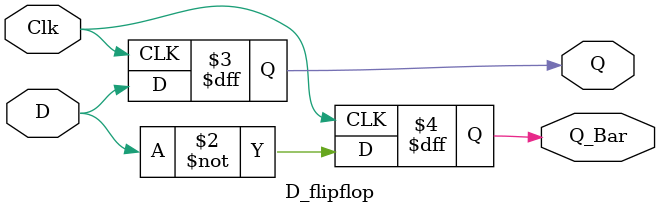
<source format=v>
`timescale 1ns / 1ps
module D_flipflop(
    input D,
    input Clk,
    output reg Q,
	 output reg Q_Bar
    );
	 
	 always @(posedge Clk)
	 begin
	 Q <= (D);
	 Q_Bar <= ~D;
	 end
	 
endmodule

</source>
